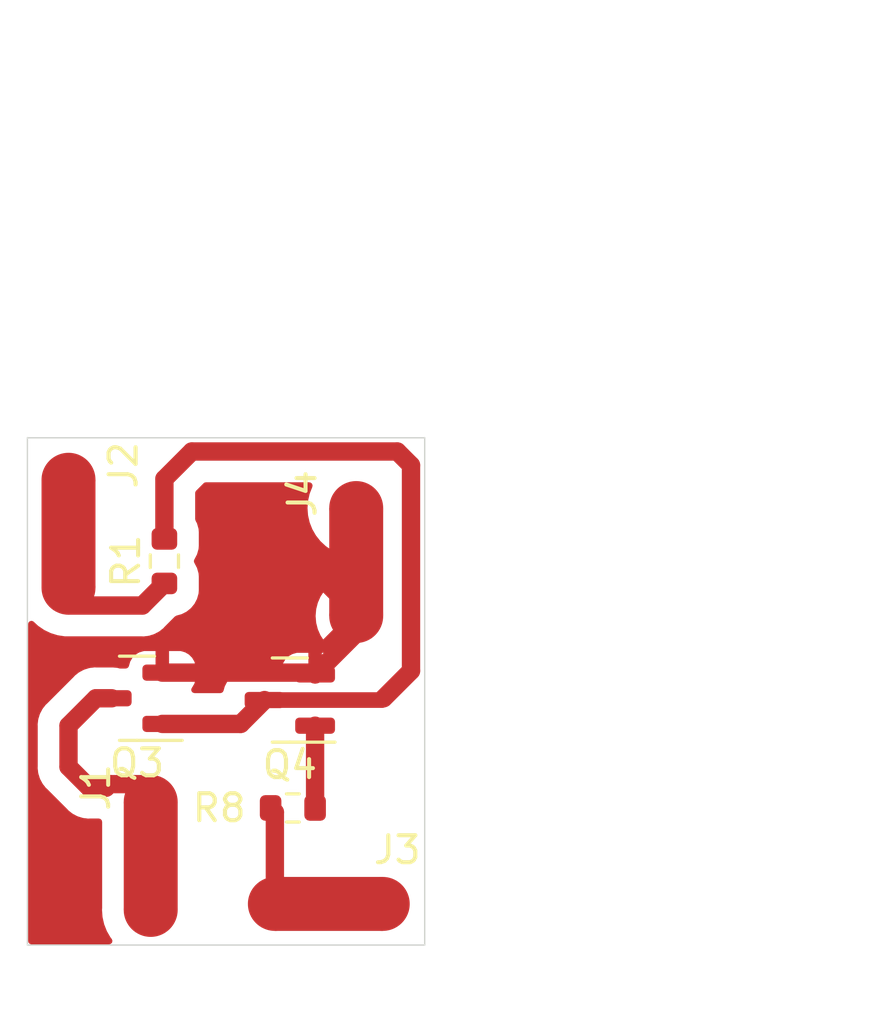
<source format=kicad_pcb>
(kicad_pcb (version 20221018) (generator pcbnew)
  (layers (0 "F.Cu" signal) (31 "B.Cu" signal) (34 "B.Paste" user) (35 "F.Paste" user) (36 "B.SilkS" user "B.Silkscreen") (37 "F.SilkS" user "F.Silkscreen") (38 "B.Mask" user) (39 "F.Mask" user) (44 "Edge.Cuts" user))
  (net 0 "")
  (net 1 "Net-(Q3-B)")
  (net 2 "GNDD")
  (net 3 "/DC-DC_EN")
  (net 4 "Net-(Q4-B)")
  (net 5 "/14V4")
  (net 6 "+12V")
  (footprint "NetTie:NetTie-2_SMD_Pad2.0mm" (layer "F.Cu") (at 142.24 71.628)
    (fp_text reference "J3" (at 2.54 -2) (layer "F.SilkS"))
    (fp_text value "Conn_01x01_Pin")
    (fp_poly (pts (xy -2 -1) (xy 2 -1) (xy 2 1) (xy -2 1)) (fill solid) (layer "F.Cu"))
    (pad "1" smd circle (at -2 0) (size 2 2) (layers "F.Cu") (net 6 "+12V"))
    (pad "2" smd circle (at 2 0) (size 2 2) (layers "F.Cu"))
  )
  (footprint "Package_TO_SOT_SMD:SOT-23" (layer "F.Cu") (at 140.7945 64.074 180)
    (fp_text reference "Q4" (at 0 -2.4) (layer "F.SilkS"))
    (fp_text value "BC817")
    (fp_line (start 0 -1.56) (end -1.675 -1.56) (stroke (width 0.12)) (layer "F.SilkS"))
    (fp_line (start 0 -1.56) (end 0.65 -1.56) (stroke (width 0.12)) (layer "F.SilkS"))
    (fp_line (start 0 1.56) (end -0.65 1.56) (stroke (width 0.12)) (layer "F.SilkS"))
    (fp_line (start 0 1.56) (end 0.65 1.56) (stroke (width 0.12)) (layer "F.SilkS"))
    (pad "1" smd roundrect (at -0.9375 -0.95 180) (size 1.475 0.6) (layers "F.Cu" "F.Paste" "F.Mask") (net 4 "Net-(Q4-B)"))
    (pad "2" smd roundrect (at -0.9375 0.95 180) (size 1.475 0.6) (layers "F.Cu" "F.Paste" "F.Mask") (net 2 "GNDD"))
    (pad "3" smd roundrect (at 0.9375 0 180) (size 1.475 0.6) (layers "F.Cu" "F.Paste" "F.Mask") (net 1 "Net-(Q3-B)"))
  )
  (footprint "NetTie:NetTie-2_SMD_Pad2.0mm" (layer "F.Cu") (at 132.588 57.912 90)
    (fp_text reference "J2" (at 2.54 2.032 90) (layer "F.SilkS"))
    (fp_text value "Conn_01x01_Pin")
    (fp_poly (pts (xy -2 -1) (xy 2 -1) (xy 2 1) (xy -2 1)) (fill solid) (layer "F.Cu"))
    (pad "1" smd circle (at -2 0 90) (size 2 2) (layers "F.Cu") (net 5 "/14V4"))
    (pad "2" smd circle (at 2 0 90) (size 2 2) (layers "F.Cu"))
  )
  (footprint "Resistor_SMD:R_0603_1608Metric" (layer "F.Cu") (at 140.907 68.072)
    (fp_text reference "R8" (at -2.731 0) (layer "F.SilkS"))
    (fp_text value "1k")
    (fp_line (start -0.237258 -0.5225) (end 0.237258 -0.5225) (stroke (width 0.12)) (layer "F.SilkS"))
    (fp_line (start -0.237258 0.5225) (end 0.237258 0.5225) (stroke (width 0.12)) (layer "F.SilkS"))
    (pad "1" smd roundrect (at -0.825 0) (size 0.8 0.95) (layers "F.Cu" "F.Paste" "F.Mask") (net 6 "+12V"))
    (pad "2" smd roundrect (at 0.825 0) (size 0.8 0.95) (layers "F.Cu" "F.Paste" "F.Mask") (net 4 "Net-(Q4-B)"))
  )
  (footprint "NetTie:NetTie-2_SMD_Pad2.0mm" (layer "F.Cu") (at 135.636 69.85 -90)
    (fp_text reference "J1" (at -2.54 2.032 90) (layer "F.SilkS"))
    (fp_text value "Conn_01x01_Pin")
    (fp_poly (pts (xy -2 -1) (xy 2 -1) (xy 2 1) (xy -2 1)) (fill solid) (layer "F.Cu"))
    (pad "1" smd circle (at -2 0 270) (size 2 2) (layers "F.Cu") (net 3 "/DC-DC_EN"))
    (pad "2" smd circle (at 2 0 270) (size 2 2) (layers "F.Cu"))
  )
  (footprint "NetTie:NetTie-2_SMD_Pad2.0mm" (layer "F.Cu") (at 143.256 58.96 90)
    (fp_text reference "J4" (at 2.54 -2 90) (layer "F.SilkS"))
    (fp_text value "Conn_01x01_Pin")
    (fp_poly (pts (xy -2 -1) (xy 2 -1) (xy 2 1) (xy -2 1)) (fill solid) (layer "F.Cu"))
    (pad "1" smd circle (at -2 0 90) (size 2 2) (layers "F.Cu") (net 2 "GNDD"))
    (pad "2" smd circle (at 2 0 90) (size 2 2) (layers "F.Cu"))
  )
  (footprint "Resistor_SMD:R_0603_1608Metric" (layer "F.Cu") (at 136.144 58.928 90)
    (fp_text reference "R1" (at 0 -1.43 90) (layer "F.SilkS"))
    (fp_text value "10k")
    (fp_line (start -0.237258 -0.5225) (end 0.237258 -0.5225) (stroke (width 0.12)) (layer "F.SilkS"))
    (fp_line (start -0.237258 0.5225) (end 0.237258 0.5225) (stroke (width 0.12)) (layer "F.SilkS"))
    (pad "1" smd roundrect (at -0.825 0 90) (size 0.8 0.95) (layers "F.Cu" "F.Paste" "F.Mask") (net 5 "/14V4"))
    (pad "2" smd roundrect (at 0.825 0 90) (size 0.8 0.95) (layers "F.Cu" "F.Paste" "F.Mask") (net 1 "Net-(Q3-B)"))
  )
  (footprint "Package_TO_SOT_SMD:SOT-23" (layer "F.Cu") (at 135.128 64.008 180)
    (fp_text reference "Q3" (at 0 -2.4) (layer "F.SilkS"))
    (fp_text value "BC817")
    (fp_line (start 0 -1.56) (end -1.675 -1.56) (stroke (width 0.12)) (layer "F.SilkS"))
    (fp_line (start 0 -1.56) (end 0.65 -1.56) (stroke (width 0.12)) (layer "F.SilkS"))
    (fp_line (start 0 1.56) (end -0.65 1.56) (stroke (width 0.12)) (layer "F.SilkS"))
    (fp_line (start 0 1.56) (end 0.65 1.56) (stroke (width 0.12)) (layer "F.SilkS"))
    (pad "1" smd roundrect (at -0.9375 -0.95 180) (size 1.475 0.6) (layers "F.Cu" "F.Paste" "F.Mask") (net 1 "Net-(Q3-B)"))
    (pad "2" smd roundrect (at -0.9375 0.95 180) (size 1.475 0.6) (layers "F.Cu" "F.Paste" "F.Mask") (net 2 "GNDD"))
    (pad "3" smd roundrect (at 0.9375 0 180) (size 1.475 0.6) (layers "F.Cu" "F.Paste" "F.Mask") (net 3 "/DC-DC_EN"))
  )
  (gr_line (start 145.796 54.356) (end 131.064 54.356) (stroke (width 0.05)) (layer "Edge.Cuts"))
  (gr_line (start 145.796 54.356) (end 145.796 73.152) (stroke (width 0.05)) (layer "Edge.Cuts"))
  (gr_line (start 131.064 54.356) (end 131.064 73.152) (stroke (width 0.05)) (layer "Edge.Cuts"))
  (gr_line (start 131.064 73.152) (end 145.796 73.152) (stroke (width 0.05)) (layer "Edge.Cuts"))
  (segment (start 145.288 55.372) (end 145.288 62.992) (width 0.68) (layer "F.Cu") (net 1))
  (segment (start 136.144 58.103) (end 136.144 55.88) (width 0.68) (layer "F.Cu") (net 1))
  (segment (start 138.973 64.958) (end 139.857 64.074) (width 0.68) (layer "F.Cu") (net 1))
  (segment (start 144.272 64.008) (end 144.206 64.074) (width 0.58) (layer "F.Cu") (net 1))
  (segment (start 136.0655 64.958) (end 138.973 64.958) (width 0.68) (layer "F.Cu") (net 1))
  (segment (start 145.288 62.992) (end 144.272 64.008) (width 0.68) (layer "F.Cu") (net 1))
  (segment (start 144.206 64.074) (end 139.857 64.074) (width 0.58) (layer "F.Cu") (net 1))
  (segment (start 136.144 55.88) (end 137.16 54.864) (width 0.68) (layer "F.Cu") (net 1))
  (segment (start 137.16 54.864) (end 144.78 54.864) (width 0.68) (layer "F.Cu") (net 1))
  (segment (start 144.78 54.864) (end 145.288 55.372) (width 0.68) (layer "F.Cu") (net 1))
  (segment (start 136.0655 63.058) (end 141.666 63.058) (width 0.68) (layer "F.Cu") (net 2))
  (segment (start 141.732 63.124) (end 143.256 61.6) (width 0.68) (layer "F.Cu") (net 2))
  (segment (start 141.666 63.058) (end 141.732 63.124) (width 0.68) (layer "F.Cu") (net 2))
  (segment (start 143.256 61.6) (end 143.256 60.96) (width 0.68) (layer "F.Cu") (net 2))
  (segment (start 134.108618 67.19) (end 135.636 67.19) (width 0.68) (layer "F.Cu") (net 3))
  (segment (start 132.588 65.024) (end 132.588 66.548) (width 0.68) (layer "F.Cu") (net 3))
  (segment (start 132.588 66.548) (end 133.362618 67.322618) (width 0.68) (layer "F.Cu") (net 3))
  (segment (start 133.604 64.008) (end 134.1905 64.008) (width 0.68) (layer "F.Cu") (net 3))
  (segment (start 133.362618 67.322618) (end 133.976 67.322618) (width 0.68) (layer "F.Cu") (net 3))
  (segment (start 133.976 67.322618) (end 134.108618 67.19) (width 0.68) (layer "F.Cu") (net 3))
  (segment (start 132.588 65.024) (end 133.604 64.008) (width 0.68) (layer "F.Cu") (net 3))
  (segment (start 141.732 68.072) (end 141.732 65.024) (width 0.68) (layer "F.Cu") (net 4))
  (segment (start 135.325 60.572) (end 132.588 60.572) (width 0.68) (layer "F.Cu") (net 5))
  (segment (start 136.144 59.753) (end 135.325 60.572) (width 0.68) (layer "F.Cu") (net 5))
  (segment (start 140.24 68.23) (end 140.082 68.072) (width 0.68) (layer "F.Cu") (net 6))
  (segment (start 140.24 71.628) (end 140.24 68.23) (width 0.68) (layer "F.Cu") (net 6))
  (zone (net 2) (net_name "GNDD") (layer "F.Cu") (connect_pads (clearance 0.8)) (min_thickness 0.25) (fill yes (thermal_gap 0.5) (thermal_bridge_width 0.5))
    (polygon (pts (xy 130.048 53.848) (xy 146.304 53.848) (xy 146.304 73.66) (xy 130.048 73.66)))
  )
)
</source>
